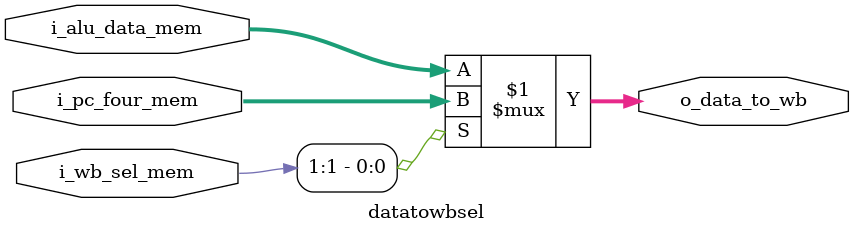
<source format=sv>
module datatowbsel(
	input  logic [31:0] i_pc_four_mem,
	input  logic [31:0] i_alu_data_mem,
	input  logic [1:0] i_wb_sel_mem,
	output logic [31:0] o_data_to_wb
);

	assign o_data_to_wb = (i_wb_sel_mem[1]) ? i_pc_four_mem : i_alu_data_mem;
	
endmodule

</source>
